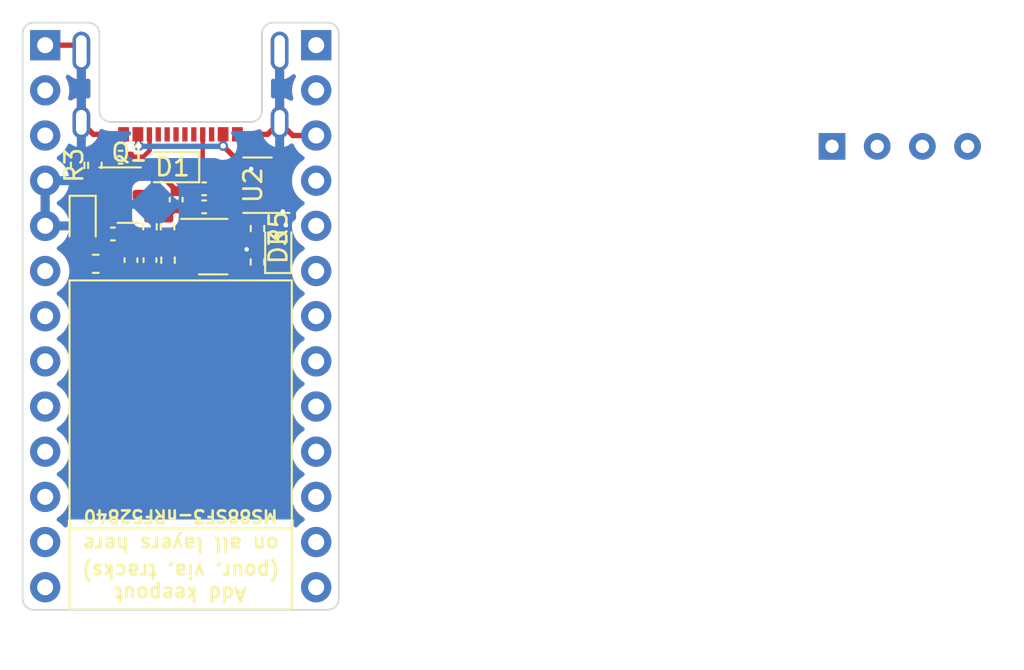
<source format=kicad_pcb>
(kicad_pcb (version 20211014) (generator pcbnew)
  (layers (0 "F.Cu" signal) (31 "B.Cu" signal) (34 "B.Paste" user) (35 "F.Paste" user) (36 "B.SilkS" user "B.Silkscreen") (37 "F.SilkS" user "F.Silkscreen") (38 "B.Mask" user) (39 "F.Mask" user) (44 "Edge.Cuts" user))
  (net 0 "")
  (net 1 "VBUS")
  (net 2 "GND")
  (net 3 "VDDH")
  (net 4 "VBAT")
  (net 5 "BATTERY_PIN")
  (net 6 "VCC")
  (net 7 "Net-(D2-Pad1)")
  (net 8 "Net-(J2-PadA5)")
  (net 9 "D+")
  (net 10 "D-")
  (net 12 "Net-(J2-PadB5)")
  (net 14 "DCCH")
  (net 15 "POWER_PIN")
  (net 16 "SWCLK")
  (net 17 "SWDIO")
  (net 43 "RST")
  (net 86 "VDD")
  (net 87 "LED")
  (net 88 "CHARGE_CTRL_1")
  (net 89 "CHARGE_CTRL_2")
  (net 90 "Net-(D3-Pad1)")
  (net 91 "Net-(R4-Pad2)")
  (net 92 "Net-(R5-Pad1)")
  (footprint "Capacitor_SMD:C_0402_1005Metric" (layer "F.Cu") (at 75.946 42.9768 90)
    (fp_text reference "C1")
    (fp_text value "10uF")
    (fp_line (start -0.107836 -0.36) (end 0.107836 -0.36) (layer "F.SilkS") (width 0.12))
    (fp_line (start -0.107836 0.36) (end 0.107836 0.36) (layer "F.SilkS") (width 0.12))
    (pad "1" smd roundrect (at -0.48 0 90) (size 0.56 0.62) (layers "F.Cu" "F.Paste" "F.Mask") (net 2 "GND"))
    (pad "2" smd roundrect (at 0.48 0 90) (size 0.56 0.62) (layers "F.Cu" "F.Paste" "F.Mask") (net 1 "VBUS"))
  )
  (footprint "Inductor_SMD:L_0603_1608Metric" (layer "F.Cu") (at 71.4248 46.5836)
    (fp_text reference "L1")
    (fp_text value "10uH")
    (fp_line (start -0.162779 -0.51) (end 0.162779 -0.51) (layer "F.SilkS") (width 0.12))
    (fp_line (start -0.162779 0.51) (end 0.162779 0.51) (layer "F.SilkS") (width 0.12))
    (pad "1" smd roundrect (at -0.7875 0) (size 0.875 0.95) (layers "F.Cu" "F.Paste" "F.Mask") (net 14 "DCCH"))
    (pad "2" smd roundrect (at 0.7875 0) (size 0.875 0.95) (layers "F.Cu" "F.Paste" "F.Mask") (net 86 "VDD"))
  )
  (footprint "Resistor_SMD:R_0402_1005Metric" (layer "F.Cu") (at 75.4634 44.5008 90)
    (fp_text reference "R9")
    (fp_text value "2M")
    (fp_line (start -0.153641 0.38) (end 0.153641 0.38) (layer "F.SilkS") (width 0.12))
    (fp_line (start -0.153641 -0.38) (end 0.153641 -0.38) (layer "F.SilkS") (width 0.12))
    (pad "1" smd roundrect (at -0.51 0 90) (size 0.54 0.64) (layers "F.Cu" "F.Paste" "F.Mask") (net 5 "BATTERY_PIN"))
    (pad "2" smd roundrect (at 0.51 0 90) (size 0.54 0.64) (layers "F.Cu" "F.Paste" "F.Mask") (net 2 "GND"))
  )
  (footprint "Package_TO_SOT_SMD:SOT-23-5" (layer "F.Cu") (at 78.0288 45.6184)
    (fp_text reference "U4")
    (fp_text value "XC6220B331MR")
    (fp_line (start 0 1.56) (end -0.8 1.56) (layer "F.SilkS") (width 0.12))
    (fp_line (start 0 1.56) (end 0.8 1.56) (layer "F.SilkS") (width 0.12))
    (fp_line (start 0 -1.56) (end 0.8 -1.56) (layer "F.SilkS") (width 0.12))
    (fp_line (start 0 -1.56) (end -1.8 -1.56) (layer "F.SilkS") (width 0.12))
    (pad "1" smd roundrect (at -1.1375 -0.95) (size 1.325 0.6) (layers "F.Cu" "F.Paste" "F.Mask") (net 3 "VDDH"))
    (pad "2" smd roundrect (at -1.1375 0) (size 1.325 0.6) (layers "F.Cu" "F.Paste" "F.Mask") (net 2 "GND"))
    (pad "3" smd roundrect (at -1.1375 0.95) (size 1.325 0.6) (layers "F.Cu" "F.Paste" "F.Mask") (net 15 "POWER_PIN"))
    (pad "4" smd roundrect (at 1.1375 0.95) (size 1.325 0.6) (layers "F.Cu" "F.Paste" "F.Mask"))
    (pad "5" smd roundrect (at 1.1375 -0.95) (size 1.325 0.6) (layers "F.Cu" "F.Paste" "F.Mask") (net 6 "VCC"))
  )
  (footprint "Sakura-library:Conn_1x04_P2.54mm" (layer "F.Cu") (at 116.6368 39.9796)
    (fp_text reference "SWD1")
    (fp_text value "SWD-STM32-4Pin")
    (pad "1" thru_hole rect (at -3.81 0 90) (size 1.5 1.5) (drill 0.75) (layers *.Cu *.Mask) (net 2 "GND"))
    (pad "2" thru_hole circle (at -1.27 0 90) (size 1.5 1.5) (drill 0.75) (layers *.Cu *.Mask) (net 16 "SWCLK"))
    (pad "3" thru_hole circle (at 1.27 0 90) (size 1.5 1.5) (drill 0.75) (layers *.Cu *.Mask) (net 17 "SWDIO"))
    (pad "4" thru_hole oval (at 3.81 0 90) (size 1.5 1.5) (drill 0.75) (layers *.Cu *.Mask) (net 86 "VDD"))
  )
  (footprint "Package_TO_SOT_SMD:SOT-23-5" (layer "F.Cu") (at 80.518 42.164 180)
    (fp_text reference "U2" (at 0.254 0 90) (layer "F.SilkS"))
    (fp_text value "TP4054")
    (fp_line (start 0 1.56) (end -0.8 1.56) (layer "F.SilkS") (width 0.12))
    (fp_line (start 0 1.56) (end 0.8 1.56) (layer "F.SilkS") (width 0.12))
    (fp_line (start 0 -1.56) (end -1.8 -1.56) (layer "F.SilkS") (width 0.12))
    (fp_line (start 0 -1.56) (end 0.8 -1.56) (layer "F.SilkS") (width 0.12))
    (pad "1" smd roundrect (at -1.1375 -0.95 180) (size 1.325 0.6) (layers "F.Cu" "F.Paste" "F.Mask") (net 91 "Net-(R4-Pad2)"))
    (pad "2" smd roundrect (at -1.1375 0 180) (size 1.325 0.6) (layers "F.Cu" "F.Paste" "F.Mask") (net 2 "GND"))
    (pad "3" smd roundrect (at -1.1375 0.95 180) (size 1.325 0.6) (layers "F.Cu" "F.Paste" "F.Mask") (net 4 "VBAT"))
    (pad "4" smd roundrect (at 1.1375 0.95 180) (size 1.325 0.6) (layers "F.Cu" "F.Paste" "F.Mask") (net 1 "VBUS"))
    (pad "5" smd roundrect (at 1.1375 -0.95 180) (size 1.325 0.6) (layers "F.Cu" "F.Paste" "F.Mask") (net 92 "Net-(R5-Pad1)"))
  )
  (footprint "Capacitor_SMD:C_0402_1005Metric" (layer "F.Cu") (at 72.39 44.9072)
    (fp_text reference "C8")
    (fp_text value "0.1uF")
    (fp_line (start -0.107836 -0.36) (end 0.107836 -0.36) (layer "F.SilkS") (width 0.12))
    (fp_line (start -0.107836 0.36) (end 0.107836 0.36) (layer "F.SilkS") (width 0.12))
    (pad "1" smd roundrect (at -0.48 0) (size 0.56 0.62) (layers "F.Cu" "F.Paste" "F.Mask") (net 3 "VDDH"))
    (pad "2" smd roundrect (at 0.48 0) (size 0.56 0.62) (layers "F.Cu" "F.Paste" "F.Mask") (net 2 "GND"))
  )
  (footprint "LED_SMD:LED_0603_1608Metric" (layer "F.Cu") (at 70.6882 44.2468 -90)
    (fp_text reference "D2")
    (fp_text value "BLUE")
    (fp_line (start -1.485 -0.735) (end -1.485 0.735) (layer "F.SilkS") (width 0.12))
    (fp_line (start -1.485 0.735) (end 0.8 0.735) (layer "F.SilkS") (width 0.12))
    (fp_line (start 0.8 -0.735) (end -1.485 -0.735) (layer "F.SilkS") (width 0.12))
    (pad "1" smd roundrect (at -0.7875 0 270) (size 0.875 0.95) (layers "F.Cu" "F.Paste" "F.Mask") (net 7 "Net-(D2-Pad1)"))
    (pad "2" smd roundrect (at 0.7875 0 270) (size 0.875 0.95) (layers "F.Cu" "F.Paste" "F.Mask") (net 87 "LED"))
  )
  (footprint "Capacitor_SMD:C_0402_1005Metric" (layer "F.Cu") (at 77.5208 42.3672 180)
    (fp_text reference "R1")
    (fp_text value "5.1K")
    (fp_line (start -0.107836 -0.36) (end 0.107836 -0.36) (layer "F.SilkS") (width 0.12))
    (fp_line (start -0.107836 0.36) (end 0.107836 0.36) (layer "F.SilkS") (width 0.12))
    (pad "1" smd roundrect (at -0.48 0 180) (size 0.56 0.62) (layers "F.Cu" "F.Paste" "F.Mask") (net 8 "Net-(J2-PadA5)"))
    (pad "2" smd roundrect (at 0.48 0 180) (size 0.56 0.62) (layers "F.Cu" "F.Paste" "F.Mask") (net 2 "GND"))
  )
  (footprint "Resistor_SMD:R_0402_1005Metric" (layer "F.Cu") (at 80.518 44.6024 -90)
    (fp_text reference "R5" (at 0 -1.17 90) (layer "F.SilkS"))
    (fp_text value "RPROG")
    (fp_line (start -0.153641 0.38) (end 0.153641 0.38) (layer "F.SilkS") (width 0.12))
    (fp_line (start -0.153641 -0.38) (end 0.153641 -0.38) (layer "F.SilkS") (width 0.12))
    (pad "1" smd roundrect (at -0.51 0 270) (size 0.54 0.64) (layers "F.Cu" "F.Paste" "F.Mask") (net 92 "Net-(R5-Pad1)"))
    (pad "2" smd roundrect (at 0.51 0 270) (size 0.54 0.64) (layers "F.Cu" "F.Paste" "F.Mask") (net 2 "GND"))
  )
  (footprint "Resistor_SMD:R_0402_1005Metric" (layer "F.Cu") (at 71.374 41.0464 90)
    (fp_text reference "R3" (at 0 -1.17 90) (layer "F.SilkS"))
    (fp_text value "100K")
    (fp_line (start -0.153641 -0.38) (end 0.153641 -0.38) (layer "F.SilkS") (width 0.12))
    (fp_line (start -0.153641 0.38) (end 0.153641 0.38) (layer "F.SilkS") (width 0.12))
    (pad "1" smd roundrect (at -0.51 0 90) (size 0.54 0.64) (layers "F.Cu" "F.Paste" "F.Mask") (net 1 "VBUS"))
    (pad "2" smd roundrect (at 0.51 0 90) (size 0.54 0.64) (layers "F.Cu" "F.Paste" "F.Mask") (net 2 "GND"))
  )
  (footprint "kien242:USB-C-Low" (layer "F.Cu") (at 76.1894 38.6265)
    (fp_text reference "J2")
    (fp_text value "USB_C_Left")
    (pad "A1" smd rect (at 3.2 0.679 180) (size 0.6 0.8) (layers "F.Cu" "F.Paste" "F.Mask") (net 2 "GND"))
    (pad "A4" smd rect (at 2.4 0.679 180) (size 0.6 0.8) (layers "F.Cu" "F.Paste" "F.Mask") (net 1 "VBUS"))
    (pad "A5" smd rect (at 1.25 0.679) (size 0.3 0.8) (layers "F.Cu" "F.Paste" "F.Mask") (net 8 "Net-(J2-PadA5)"))
    (pad "A6" smd rect (at 0.25 0.679) (size 0.3 0.8) (layers "F.Cu" "F.Paste" "F.Mask") (net 9 "D+"))
    (pad "A7" smd rect (at -0.25 0.679) (size 0.3 0.8) (layers "F.Cu" "F.Paste" "F.Mask") (net 10 "D-"))
    (pad "A8" smd rect (at -1.25 0.679) (size 0.3 0.8) (layers "F.Cu" "F.Paste" "F.Mask"))
    (pad "A9" smd rect (at -2.4 0.679 180) (size 0.6 0.8) (layers "F.Cu" "F.Paste" "F.Mask") (net 1 "VBUS"))
    (pad "A12" smd rect (at -3.2 0.679 180) (size 0.6 0.8) (layers "F.Cu" "F.Paste" "F.Mask") (net 2 "GND"))
    (pad "B1" smd rect (at -3.2 0.679 180) (size 0.6 0.8) (layers "F.Cu" "F.Paste" "F.Mask") (net 2 "GND"))
    (pad "B4" smd rect (at -2.4 0.679 180) (size 0.6 0.8) (layers "F.Cu" "F.Paste" "F.Mask") (net 1 "VBUS"))
    (pad "B5" smd rect (at -1.75 0.679) (size 0.3 0.8) (layers "F.Cu" "F.Paste" "F.Mask") (net 12 "Net-(J2-PadB5)"))
    (pad "B6" smd rect (at -0.75 0.679) (size 0.3 0.8) (layers "F.Cu" "F.Paste" "F.Mask") (net 9 "D+"))
    (pad "B7" smd rect (at 0.75 0.679) (size 0.3 0.8) (layers "F.Cu" "F.Paste" "F.Mask") (net 10 "D-"))
    (pad "B8" smd rect (at 1.75 0.679) (size 0.3 0.8) (layers "F.Cu" "F.Paste" "F.Mask"))
    (pad "B9" smd rect (at 2.4 0.679 180) (size 0.6 0.8) (layers "F.Cu" "F.Paste" "F.Mask") (net 1 "VBUS"))
    (pad "B12" smd rect (at 3.2 0.679 180) (size 0.6 0.8) (layers "F.Cu" "F.Paste" "F.Mask") (net 2 "GND"))
    (pad "S1" thru_hole oval (at 5.575 -3.996) (size 1 2.2) (drill oval 0.6 1.8) (layers *.Cu *.Mask) (net 2 "GND"))
    (pad "S1" thru_hole oval (at -5.575 0.004) (size 1 1.8) (drill oval 0.6 1.4) (layers *.Cu *.Mask) (net 2 "GND"))
    (pad "S1" thru_hole oval (at 5.575 0.004) (size 1 1.8) (drill oval 0.6 1.4) (layers *.Cu *.Mask) (net 2 "GND"))
    (pad "S1" thru_hole oval (at -5.575 -3.996) (size 1 2.2) (drill oval 0.6 1.8) (layers *.Cu *.Mask) (net 2 "GND"))
  )
  (footprint "Resistor_SMD:R_0402_1005Metric" (layer "F.Cu") (at 75.4888 46.3804 -90)
    (fp_text reference "R10")
    (fp_text value "10K")
    (fp_line (start -0.153641 -0.38) (end 0.153641 -0.38) (layer "F.SilkS") (width 0.12))
    (fp_line (start -0.153641 0.38) (end 0.153641 0.38) (layer "F.SilkS") (width 0.12))
    (pad "1" smd roundrect (at -0.51 0 270) (size 0.54 0.64) (layers "F.Cu" "F.Paste" "F.Mask") (net 3 "VDDH"))
    (pad "2" smd roundrect (at 0.51 0 270) (size 0.54 0.64) (layers "F.Cu" "F.Paste" "F.Mask") (net 15 "POWER_PIN"))
  )
  (footprint "Capacitor_SMD:C_0402_1005Metric" (layer "F.Cu") (at 73.406 46.3804 90)
    (fp_text reference "C7")
    (fp_text value "10uF")
    (fp_line (start -0.107836 -0.36) (end 0.107836 -0.36) (layer "F.SilkS") (width 0.12))
    (fp_line (start -0.107836 0.36) (end 0.107836 0.36) (layer "F.SilkS") (width 0.12))
    (pad "1" smd roundrect (at -0.48 0 90) (size 0.56 0.62) (layers "F.Cu" "F.Paste" "F.Mask") (net 86 "VDD"))
    (pad "2" smd roundrect (at 0.48 0 90) (size 0.56 0.62) (layers "F.Cu" "F.Paste" "F.Mask") (net 2 "GND"))
  )
  (footprint "Diode_SMD:D_SOD-323F" (layer "F.Cu") (at 75.7428 41.148 180)
    (fp_text reference "D1" (at 0 0) (layer "F.SilkS"))
    (fp_text value "1N5819")
    (fp_line (start -1.5 0.85) (end 1.05 0.85) (layer "F.SilkS") (width 0.12))
    (fp_line (start -1.5 -0.85) (end -1.5 0.85) (layer "F.SilkS") (width 0.12))
    (fp_line (start -1.5 -0.85) (end 1.05 -0.85) (layer "F.SilkS") (width 0.12))
    (pad "1" smd rect (at -1.1 0 180) (size 0.5 0.5) (layers "F.Cu" "F.Paste" "F.Mask") (net 3 "VDDH"))
    (pad "2" smd rect (at 1.1 0 180) (size 0.5 0.5) (layers "F.Cu" "F.Paste" "F.Mask") (net 1 "VBUS"))
  )
  (footprint "Resistor_SMD:R_0402_1005Metric" (layer "F.Cu") (at 80.518 46.482 90)
    (fp_text reference "R4")
    (fp_text value "1K")
    (fp_line (start -0.153641 0.38) (end 0.153641 0.38) (layer "F.SilkS") (width 0.12))
    (fp_line (start -0.153641 -0.38) (end 0.153641 -0.38) (layer "F.SilkS") (width 0.12))
    (pad "1" smd roundrect (at -0.51 0 90) (size 0.54 0.64) (layers "F.Cu" "F.Paste" "F.Mask") (net 90 "Net-(D3-Pad1)"))
    (pad "2" smd roundrect (at 0.51 0 90) (size 0.54 0.64) (layers "F.Cu" "F.Paste" "F.Mask") (net 91 "Net-(R4-Pad2)"))
  )
  (footprint "LED_SMD:LED_0603_1608Metric" (layer "F.Cu") (at 81.6864 45.6184 90)
    (fp_text reference "D3" (at 0 0 90) (layer "F.SilkS"))
    (fp_text value "RED")
    (fp_line (start -1.485 -0.735) (end -1.485 0.735) (layer "F.SilkS") (width 0.12))
    (fp_line (start 0.8 -0.735) (end -1.485 -0.735) (layer "F.SilkS") (width 0.12))
    (fp_line (start -1.485 0.735) (end 0.8 0.735) (layer "F.SilkS") (width 0.12))
    (pad "1" smd roundrect (at -0.7875 0 90) (size 0.875 0.95) (layers "F.Cu" "F.Paste" "F.Mask") (net 90 "Net-(D3-Pad1)"))
    (pad "2" smd roundrect (at 0.7875 0 90) (size 0.875 0.95) (layers "F.Cu" "F.Paste" "F.Mask") (net 1 "VBUS"))
  )
  (footprint "Package_TO_SOT_SMD:SOT-23" (layer "F.Cu") (at 73.3044 42.7228)
    (fp_text reference "Q1" (at 0 -2.4) (layer "F.SilkS"))
    (fp_text value "AO3407")
    (fp_line (start 0 1.56) (end -0.65 1.56) (layer "F.SilkS") (width 0.12))
    (fp_line (start 0 -1.56) (end -1.675 -1.56) (layer "F.SilkS") (width 0.12))
    (fp_line (start 0 1.56) (end 0.65 1.56) (layer "F.SilkS") (width 0.12))
    (fp_line (start 0 -1.56) (end 0.65 -1.56) (layer "F.SilkS") (width 0.12))
    (pad "1" smd roundrect (at -0.9375 -0.95) (size 1.475 0.6) (layers "F.Cu" "F.Paste" "F.Mask") (net 1 "VBUS"))
    (pad "2" smd roundrect (at -0.9375 0.95) (size 1.475 0.6) (layers "F.Cu" "F.Paste" "F.Mask") (net 3 "VDDH"))
    (pad "3" smd roundrect (at 0.9375 0) (size 1.475 0.6) (layers "F.Cu" "F.Paste" "F.Mask") (net 4 "VBAT"))
  )
  (footprint "kien242:MS88SF3-nRF52840" (layer "F.Cu") (at 76.2 56.769 180)
    (fp_text reference "U3")
    (fp_text value "MS88FS3")
    (fp_text user "(pour, via, tracks)" (at 0 -7.112 180 unlocked) (layer "F.SilkS") (effects (font (size 0.8 0.8))))
    (fp_text user "on all layers here" (at 0 -5.588 180 unlocked) (layer "F.SilkS") (effects (font (size 0.8 0.8))))
    (fp_text user "MS88SF3-nRF52840" (at 0 -4 180 unlocked) (layer "F.SilkS") (effects (font (size 0.7 0.7))))
    (fp_text user "Add keepout" (at 0 -8.382 180 unlocked) (layer "F.SilkS") (effects (font (size 0.8 0.8))))
    (fp_line (start 6.25 -9.25) (end -6.25 -9.25) (layer "F.SilkS") (width 0.12))
    (fp_line (start 6.25 9.25) (end 6.25 -9.25) (layer "F.SilkS") (width 0.12))
    (fp_line (start -6.25 -9.25) (end -6.25 9.25) (layer "F.SilkS") (width 0.12))
    (fp_line (start 6.25 -4.7) (end -6.25 -4.7) (layer "F.SilkS") (width 0.12))
    (fp_line (start -6.25 9.25) (end 6.25 9.25) (layer "F.SilkS") (width 0.12))
    (pad "1" smd rect (at -5.6 -3.1 180) (size 0.8 0.35) (layers "F.Cu" "F.Paste" "F.Mask") (net 2 "GND"))
    (pad "2" smd rect (at -5.6 -2.45 180) (size 0.8 0.35) (layers "F.Cu" "F.Paste" "F.Mask"))
    (pad "3" smd rect (at -5.6 -1.8 180) (size 0.8 0.35) (layers "F.Cu" "F.Paste" "F.Mask"))
    (pad "4" smd rect (at -5.6 -1.15 180) (size 0.8 0.35) (layers "F.Cu" "F.Paste" "F.Mask"))
    (pad "5" smd rect (at -5.6 -0.5 180) (size 0.8 0.35) (layers "F.Cu" "F.Paste" "F.Mask"))
    (pad "6" smd rect (at -5.6 0.15 180) (size 0.8 0.35) (layers "F.Cu" "F.Paste" "F.Mask"))
    (pad "7" smd rect (at -5.6 0.8 180) (size 0.8 0.35) (layers "F.Cu" "F.Paste" "F.Mask"))
    (pad "8" smd rect (at -5.6 1.45 180) (size 0.8 0.35) (layers "F.Cu" "F.Paste" "F.Mask"))
    (pad "9" smd rect (at -5.6 2.1 180) (size 0.8 0.35) (layers "F.Cu" "F.Paste" "F.Mask"))
    (pad "10" smd rect (at -5.6 2.75 180) (size 0.8 0.35) (layers "F.Cu" "F.Paste" "F.Mask"))
    (pad "11" smd rect (at -5.6 3.4 180) (size 0.8 0.35) (layers "F.Cu" "F.Paste" "F.Mask"))
    (pad "12" smd rect (at -5.6 4.05 180) (size 0.8 0.35) (layers "F.Cu" "F.Paste" "F.Mask"))
    (pad "13" smd rect (at -5.6 4.7 180) (size 0.8 0.35) (layers "F.Cu" "F.Paste" "F.Mask"))
    (pad "14" smd rect (at -5.6 5.35 180) (size 0.8 0.35) (layers "F.Cu" "F.Paste" "F.Mask"))
    (pad "15" smd rect (at -5.6 6 180) (size 0.8 0.35) (layers "F.Cu" "F.Paste" "F.Mask"))
    (pad "16" smd rect (at -5.6 6.65 180) (size 0.8 0.35) (layers "F.Cu" "F.Paste" "F.Mask"))
    (pad "17" smd rect (at -5.6 7.3 180) (size 0.8 0.35) (layers "F.Cu" "F.Paste" "F.Mask"))
    (pad "18" smd rect (at -5.2 8.5 270) (size 0.8 0.35) (layers "F.Cu" "F.Paste" "F.Mask") (net 2 "GND"))
    (pad "19" smd rect (at -4.55 8.5 270) (size 0.8 0.35) (layers "F.Cu" "F.Paste" "F.Mask"))
    (pad "20" smd rect (at -3.9 8.5 270) (size 0.8 0.35) (layers "F.Cu" "F.Paste" "F.Mask"))
    (pad "21" smd rect (at -3.25 8.5 270) (size 0.8 0.35) (layers "F.Cu" "F.Paste" "F.Mask"))
    (pad "22" smd rect (at -2.6 8.5 270) (size 0.8 0.35) (layers "F.Cu" "F.Paste" "F.Mask"))
    (pad "23" smd rect (at -1.95 8.5 270) (size 0.8 0.35) (layers "F.Cu" "F.Paste" "F.Mask"))
    (pad "24" smd rect (at -1.3 8.5 270) (size 0.8 0.35) (layers "F.Cu" "F.Paste" "F.Mask"))
    (pad "25" smd rect (at -0.65 8.5 270) (size 0.8 0.35) (layers "F.Cu" "F.Paste" "F.Mask"))
    (pad "26" smd rect (at 0 8.5 270) (size 0.8 0.35) (layers "F.Cu" "F.Paste" "F.Mask"))
    (pad "27" smd rect (at 0.65 8.5 270) (size 0.8 0.35) (layers "F.Cu" "F.Paste" "F.Mask"))
    (pad "28" smd rect (at 1.3 8.5 270) (size 0.8 0.35) (layers "F.Cu" "F.Paste" "F.Mask") (net 43 "RST"))
    (pad "29" smd rect (at 1.95 8.5 270) (size 0.8 0.35) (layers "F.Cu" "F.Paste" "F.Mask") (net 88 "CHARGE_CTRL_1"))
    (pad "30" smd rect (at 2.6 8.5 270) (size 0.8 0.35) (layers "F.Cu" "F.Paste" "F.Mask") (net 89 "CHARGE_CTRL_2"))
    (pad "31" smd rect (at 3.25 8.5 270) (size 0.8 0.35) (layers "F.Cu" "F.Paste" "F.Mask") (net 86 "VDD"))
    (pad "32" smd rect (at 3.9 8.5 270) (size 0.8 0.35) (layers "F.Cu" "F.Paste" "F.Mask") (net 3 "VDDH"))
    (pad "33" smd rect (at 4.55 8.5 270) (size 0.8 0.35) (layers "F.Cu" "F.Paste" "F.Mask") (net 14 "DCCH"))
    (pad "34" smd rect (at 5.2 8.5 270) (size 0.8 0.35) (layers "F.Cu" "F.Paste" "F.Mask"))
    (pad "35" smd rect (at 5.6 7.3 180) (size 0.8 0.35) (layers "F.Cu" "F.Paste" "F.Mask") (net 1 "VBUS"))
    (pad "36" smd rect (at 5.6 6.65 180) (size 0.8 0.35) (layers "F.Cu" "F.Paste" "F.Mask") (net 10 "D-"))
    (pad "37" smd rect (at 5.6 6 180) (size 0.8 0.35) (layers "F.Cu" "F.Paste" "F.Mask") (net 9 "D+"))
    (pad "38" smd rect (at 5.6 5.35 180) (size 0.8 0.35) (layers "F.Cu" "F.Paste" "F.Mask"))
    (pad "39" smd rect (at 5.6 4.7 180) (size 0.8 0.35) (layers "F.Cu" "F.Paste" "F.Mask"))
    (pad "40" smd rect (at 5.6 4.05 180) (size 0.8 0.35) (layers "F.Cu" "F.Paste" "F.Mask"))
    (pad "41" smd rect (at 5.6 3.4 180) (size 0.8 0.35) (layers "F.Cu" "F.Paste" "F.Mask"))
    (pad "42" smd rect (at 5.6 2.75 180) (size 0.8 0.35) (layers "F.Cu" "F.Paste" "F.Mask"))
    (pad "43" smd rect (at 5.6 2.1 180) (size 0.8 0.35) (layers "F.Cu" "F.Paste" "F.Mask"))
    (pad "44" smd rect (at 5.6 1.45 180) (size 0.8 0.35) (layers "F.Cu" "F.Paste" "F.Mask"))
    (pad "45" smd rect (at 5.6 0.8 180) (size 0.8 0.35) (layers "F.Cu" "F.Paste" "F.Mask"))
    (pad "46" smd rect (at 5.6 0.15 180) (size 0.8 0.35) (layers "F.Cu" "F.Paste" "F.Mask"))
    (pad "47" smd rect (at 5.6 -0.5 180) (size 0.8 0.35) (layers "F.Cu" "F.Paste" "F.Mask"))
    (pad "48" smd rect (at 5.6 -1.15 180) (size 0.8 0.35) (layers "F.Cu" "F.Paste" "F.Mask"))
    (pad "49" smd rect (at 5.6 -1.8 180) (size 0.8 0.35) (layers "F.Cu" "F.Paste" "F.Mask") (net 17 "SWDIO"))
    (pad "50" smd rect (at 5.6 -2.45 180) (size 0.8 0.35) (layers "F.Cu" "F.Paste" "F.Mask") (net 16 "SWCLK"))
    (pad "51" smd rect (at 5.6 -3.1 180) (size 0.8 0.35) (layers "F.Cu" "F.Paste" "F.Mask"))
    (pad "52" smd rect (at 4.55 -3 270) (size 0.8 0.35) (layers "F.Cu" "F.Paste" "F.Mask"))
    (pad "53" smd rect (at 3.9 -3 270) (size 0.8 0.35) (layers "F.Cu" "F.Paste" "F.Mask"))
    (pad "54" smd rect (at 3.25 -3 270) (size 0.8 0.35) (layers "F.Cu" "F.Paste" "F.Mask"))
    (pad "55" smd rect (at 2.6 -3 270) (size 0.8 0.35) (layers "F.Cu" "F.Paste" "F.Mask"))
    (pad "56" smd rect (at 1.95 -3 270) (size 0.8 0.35) (layers "F.Cu" "F.Paste" "F.Mask"))
    (pad "57" smd rect (at 3.9 -1.8 180) (size 0.8 0.35) (layers "F.Cu" "F.Paste" "F.Mask"))
    (pad "58" smd rect (at 3.9 -1.15 180) (size 0.8 0.35) (layers "F.Cu" "F.Paste" "F.Mask"))
    (pad "59" smd rect (at 3.9 -0.5 180) (size 0.8 0.35) (layers "F.Cu" "F.Paste" "F.Mask"))
    (pad "60" smd rect (at 3.9 0.15 180) (size 0.8 0.35) (layers "F.Cu" "F.Paste" "F.Mask"))
    (pad "61" smd rect (at -1.55 3.25 90) (size 1.5 1) (layers "F.Cu" "F.Paste" "F.Mask") (net 2 "GND"))
    (pad "61" smd rect (at 1.25 3.25 90) (size 1.5 1) (layers "F.Cu" "F.Paste" "F.Mask") (net 2 "GND"))
    (pad "61" smd rect (at 1.25 0.4 90) (size 1.5 1) (layers "F.Cu" "F.Paste" "F.Mask") (net 2 "GND"))
    (pad "61" smd rect (at -1.55 0.4 90) (size 1.5 1) (layers "F.Cu" "F.Paste" "F.Mask") (net 2 "GND"))
  )
  (footprint "Sakura-library:Conn_1x13_P2.54mm" (layer "F.Cu") (at 83.82 34.29)
    (fp_text reference "J4")
    (fp_text value "Right")
    (pad "1" thru_hole rect (at 0 0) (size 1.7 1.7) (drill 0.9) (layers *.Cu *.Mask) (net 4 "VBAT"))
    (pad "2" thru_hole oval (at 0 2.54) (size 1.7 1.7) (drill 0.9) (layers *.Cu *.Mask))
    (pad "3" thru_hole oval (at 0 5.08) (size 1.7 1.7) (drill 0.9) (layers *.Cu *.Mask) (net 2 "GND"))
    (pad "4" thru_hole oval (at 0 7.62) (size 1.7 1.7) (drill 0.9) (layers *.Cu *.Mask) (net 43 "RST"))
    (pad "5" thru_hole oval (at 0 10.16) (size 1.7 1.7) (drill 0.9) (layers *.Cu *.Mask) (net 6 "VCC"))
    (pad "6" thru_hole oval (at 0 12.7) (size 1.7 1.7) (drill 0.9) (layers *.Cu *.Mask))
    (pad "7" thru_hole oval (at 0 15.24) (size 1.7 1.7) (drill 0.9) (layers *.Cu *.Mask))
    (pad "8" thru_hole oval (at 0 17.78) (size 1.7 1.7) (drill 0.9) (layers *.Cu *.Mask))
    (pad "9" thru_hole oval (at 0 20.32) (size 1.7 1.7) (drill 0.9) (layers *.Cu *.Mask))
    (pad "10" thru_hole oval (at 0 22.86) (size 1.7 1.7) (drill 0.9) (layers *.Cu *.Mask))
    (pad "11" thru_hole oval (at 0 25.4) (size 1.7 1.7) (drill 0.9) (layers *.Cu *.Mask))
    (pad "12" thru_hole oval (at 0 27.94) (size 1.7 1.7) (drill 0.9) (layers *.Cu *.Mask))
    (pad "13" thru_hole oval (at 0 30.48) (size 1.7 1.7) (drill 0.9) (layers *.Cu *.Mask))
  )
  (footprint "Resistor_SMD:R_0402_1005Metric" (layer "F.Cu") (at 70.4088 41.0464 -90)
    (fp_text reference "R11")
    (fp_text value "1K")
    (fp_line (start -0.153641 0.38) (end 0.153641 0.38) (layer "F.SilkS") (width 0.12))
    (fp_line (start -0.153641 -0.38) (end 0.153641 -0.38) (layer "F.SilkS") (width 0.12))
    (pad "1" smd roundrect (at -0.51 0 270) (size 0.54 0.64) (layers "F.Cu" "F.Paste" "F.Mask") (net 2 "GND"))
    (pad "2" smd roundrect (at 0.51 0 270) (size 0.54 0.64) (layers "F.Cu" "F.Paste" "F.Mask") (net 7 "Net-(D2-Pad1)"))
  )
  (footprint "Resistor_SMD:R_0402_1005Metric" (layer "F.Cu") (at 74.4728 44.5008 -90)
    (fp_text reference "R8")
    (fp_text value "820K")
    (fp_line (start -0.153641 -0.38) (end 0.153641 -0.38) (layer "F.SilkS") (width 0.12))
    (fp_line (start -0.153641 0.38) (end 0.153641 0.38) (layer "F.SilkS") (width 0.12))
    (pad "1" smd roundrect (at -0.51 0 270) (size 0.54 0.64) (layers "F.Cu" "F.Paste" "F.Mask") (net 4 "VBAT"))
    (pad "2" smd roundrect (at 0.51 0 270) (size 0.54 0.64) (layers "F.Cu" "F.Paste" "F.Mask") (net 5 "BATTERY_PIN"))
  )
  (footprint "Capacitor_SMD:C_0402_1005Metric" (layer "F.Cu") (at 74.4728 46.3804 -90)
    (fp_text reference "C5")
    (fp_text value "10uF")
    (fp_line (start -0.107836 -0.36) (end 0.107836 -0.36) (layer "F.SilkS") (width 0.12))
    (fp_line (start -0.107836 0.36) (end 0.107836 0.36) (layer "F.SilkS") (width 0.12))
    (pad "1" smd roundrect (at -0.48 0 270) (size 0.56 0.62) (layers "F.Cu" "F.Paste" "F.Mask") (net 2 "GND"))
    (pad "2" smd roundrect (at 0.48 0 270) (size 0.56 0.62) (layers "F.Cu" "F.Paste" "F.Mask") (net 3 "VDDH"))
  )
  (footprint "Capacitor_SMD:C_0402_1005Metric" (layer "F.Cu") (at 72.8218 40.5892)
    (fp_text reference "R2")
    (fp_text value "5.1K")
    (fp_line (start -0.107836 0.36) (end 0.107836 0.36) (layer "F.SilkS") (width 0.12))
    (fp_line (start -0.107836 -0.36) (end 0.107836 -0.36) (layer "F.SilkS") (width 0.12))
    (pad "1" smd roundrect (at -0.48 0) (size 0.56 0.62) (layers "F.Cu" "F.Paste" "F.Mask") (net 2 "GND"))
    (pad "2" smd roundrect (at 0.48 0) (size 0.56 0.62) (layers "F.Cu" "F.Paste" "F.Mask") (net 12 "Net-(J2-PadB5)"))
  )
  (footprint "Sakura-library:Conn_1x13_P2.54mm" (layer "F.Cu") (at 68.58 34.29)
    (fp_text reference "J3")
    (fp_text value "Left")
    (pad "1" thru_hole rect (at 0 0) (size 1.7 1.7) (drill 0.9) (layers *.Cu *.Mask) (net 2 "GND"))
    (pad "2" thru_hole oval (at 0 2.54) (size 1.7 1.7) (drill 0.9) (layers *.Cu *.Mask))
    (pad "3" thru_hole oval (at 0 5.08) (size 1.7 1.7) (drill 0.9) (layers *.Cu *.Mask))
    (pad "4" thru_hole oval (at 0 7.62) (size 1.7 1.7) (drill 0.9) (layers *.Cu *.Mask) (net 2 "GND"))
    (pad "5" thru_hole oval (at 0 10.16) (size 1.7 1.7) (drill 0.9) (layers *.Cu *.Mask) (net 2 "GND"))
    (pad "6" thru_hole oval (at 0 12.7) (size 1.7 1.7) (drill 0.9) (layers *.Cu *.Mask))
    (pad "7" thru_hole oval (at 0 15.24) (size 1.7 1.7) (drill 0.9) (layers *.Cu *.Mask))
    (pad "8" thru_hole oval (at 0 17.78) (size 1.7 1.7) (drill 0.9) (layers *.Cu *.Mask))
    (pad "9" thru_hole oval (at 0 20.32) (size 1.7 1.7) (drill 0.9) (layers *.Cu *.Mask))
    (pad "10" thru_hole oval (at 0 22.86) (size 1.7 1.7) (drill 0.9) (layers *.Cu *.Mask))
    (pad "11" thru_hole oval (at 0 25.4) (size 1.7 1.7) (drill 0.9) (layers *.Cu *.Mask))
    (pad "12" thru_hole oval (at 0 27.94) (size 1.7 1.7) (drill 0.9) (layers *.Cu *.Mask))
    (pad "13" thru_hole oval (at 0 30.48) (size 1.7 1.7) (drill 0.9) (layers *.Cu *.Mask))
  )
  (footprint "Capacitor_SMD:C_0402_1005Metric" (layer "F.Cu") (at 77.5208 43.3832)
    (fp_text reference "C6")
    (fp_text value "4.7uF")
    (fp_line (start -0.107836 0.36) (end 0.107836 0.36) (layer "F.SilkS") (width 0.12))
    (fp_line (start -0.107836 -0.36) (end 0.107836 -0.36) (layer "F.SilkS") (width 0.12))
    (pad "1" smd roundrect (at -0.48 0) (size 0.56 0.62) (layers "F.Cu" "F.Paste" "F.Mask") (net 2 "GND"))
    (pad "2" smd roundrect (at 0.48 0) (size 0.56 0.62) (layers "F.Cu" "F.Paste" "F.Mask") (net 6 "VCC"))
  )
  (gr_arc (start 70.993 33.02) (mid 71.442013 33.205987) (end 71.628 33.655) (layer "Edge.Cuts") (width 0.1))
  (gr_arc (start 85.09 65.405) (mid 84.904013 65.854013) (end 84.455 66.04) (layer "Edge.Cuts") (width 0.1))
  (gr_line (start 81.407 33.02) (end 84.455 33.02) (layer "Edge.Cuts") (width 0.1))
  (gr_line (start 85.09 65.405) (end 85.09 33.655) (layer "Edge.Cuts") (width 0.1))
  (gr_arc (start 80.772 33.655) (mid 80.957987 33.205987) (end 81.407 33.02) (layer "Edge.Cuts") (width 0.1))
  (gr_line (start 80.772 33.655) (end 80.772 37.973) (layer "Edge.Cuts") (width 0.1))
  (gr_arc (start 80.772 37.973) (mid 80.586013 38.422013) (end 80.137 38.608) (layer "Edge.Cuts") (width 0.1))
  (gr_line (start 67.945 66.04) (end 84.455 66.04) (layer "Edge.Cuts") (width 0.1))
  (gr_line (start 72.263 38.608) (end 80.137 38.608) (layer "Edge.Cuts") (width 0.1))
  (gr_line (start 70.993 33.02) (end 67.945 33.02) (layer "Edge.Cuts") (width 0.1))
  (gr_arc (start 67.31 33.655) (mid 67.495987 33.205987) (end 67.945 33.02) (layer "Edge.Cuts") (width 0.1))
  (gr_line (start 67.31 33.655) (end 67.31 65.405) (layer "Edge.Cuts") (width 0.1))
  (gr_arc (start 72.263 38.608) (mid 71.813987 38.422013) (end 71.628 37.973) (layer "Edge.Cuts") (width 0.1))
  (gr_line (start 71.628 33.655) (end 71.628 37.973) (layer "Edge.Cuts") (width 0.1))
  (gr_arc (start 84.455 33.02) (mid 84.904013 33.205987) (end 85.09 33.655) (layer "Edge.Cuts") (width 0.1))
  (gr_arc (start 67.945 66.04) (mid 67.495987 65.854013) (end 67.31 65.405) (layer "Edge.Cuts") (width 0.1))
  (segment (start 75.946 42.4968) (end 75.946 42.4512) (width 0.3) (layer "F.Cu") (net 1))
  (segment (start 74.018 41.7728) (end 74.6428 41.148) (width 0.3) (layer "F.Cu") (net 1))
  (segment (start 81.6864 44.8309) (end 81.696122 44.8309) (width 0.3) (layer "F.Cu") (net 1))
  (segment (start 78.5894 39.9524) (end 78.5876 39.9542) (width 0.3) (layer "F.Cu") (net 1))
  (segment (start 71.5904 41.7728) (end 71.374 41.5564) (width 0.3) (layer "F.Cu") (net 1))
  (segment (start 79.3805 40.7471) (end 78.5876 39.9542) (width 0.3) (layer "F.Cu") (net 1))
  (segment (start 73.7894 39.898946) (end 73.853085 39.962631) (width 0.3) (layer "F.Cu") (net 1))
  (segment (start 73.7894 39.3055) (end 73.7894 39.898946) (width 0.3) (layer "F.Cu") (net 1))
  (segment (start 79.4161 41.2496) (end 79.3805 41.214) (width 0.3) (layer "F.Cu") (net 1))
  (segment (start 81.696122 44.8309) (end 82.112155 44.414867) (width 0.3) (layer "F.Cu") (net 1))
  (segment (start 79.3805 41.214) (end 79.3805 40.7471) (width 0.3) (layer "F.Cu") (net 1))
  (segment (start 72.3669 41.7728) (end 74.018 41.7728) (width 0.3) (layer "F.Cu") (net 1))
  (segment (start 75.946 42.4512) (end 74.6428 41.148) (width 0.3) (layer "F.Cu") (net 1))
  (segment (start 78.5894 39.3055) (end 78.5894 39.9524) (width 0.3) (layer "F.Cu") (net 1))
  (segment (start 80.1624 41.2496) (end 79.4161 41.2496) (width 0.3) (layer "F.Cu") (net 1))
  (segment (start 72.3669 41.7728) (end 71.5904 41.7728) (width 0.3) (layer "F.Cu") (net 1))
  (via (at 82.112155 44.414867) (size 0.55) (drill 0.25) (layers "F.Cu" "B.Cu") (net 1))
  (via (at 80.1624 41.2496) (size 0.55) (drill 0.25) (layers "F.Cu" "B.Cu") (net 1))
  (via (at 73.853085 39.962631) (size 0.55) (drill 0.3) (layers "F.Cu" "B.Cu") (net 1))
  (via (at 78.5876 39.9542) (size 0.55) (drill 0.3) (layers "F.Cu" "B.Cu") (net 1))
  (segment (start 80.400638 41.2496) (end 80.1624 41.2496) (width 0.3) (layer "B.Cu") (net 1))
  (segment (start 78.5876 39.9542) (end 78.5622 39.9796) (width 0.3) (layer "B.Cu") (net 1))
  (segment (start 82.112155 44.414867) (end 82.539911 43.987111) (width 0.3) (layer "B.Cu") (net 1))
  (segment (start 82.440519 43.289481) (end 80.400638 41.2496) (width 0.3) (layer "B.Cu") (net 1))
  (segment (start 82.539911 43.388873) (end 82.440519 43.289481) (width 0.3) (layer "B.Cu") (net 1))
  (segment (start 82.539911 43.987111) (end 82.539911 43.388873) (width 0.3) (layer "B.Cu") (net 1))
  (segment (start 78.5622 39.9796) (end 73.8378 39.9796) (width 0.3) (layer "B.Cu") (net 1))
  (segment (start 79.3894 39.3055) (end 80.3031 39.3055) (width 0.3) (layer "F.Cu") (net 2))
  (segment (start 70.4616 40.5892) (end 70.4088 40.5364) (width 0.3) (layer "F.Cu") (net 2))
  (segment (start 81.7644 38.6305) (end 81.7644 34.6305) (width 0.3) (layer "F.Cu") (net 2))
  (segment (start 77.0408 43.3832) (end 77.0408 42.3672) (width 0.3) (layer "F.Cu") (net 2))
  (segment (start 72.3418 39.9531) (end 72.3418 39.3055) (width 0.3) (layer "F.Cu") (net 2))
  (segment (start 82.5039 39.37) (end 83.82 39.37) (width 0.3) (layer "F.Cu") (net 2))
  (segment (start 70.2739 34.29) (end 70.6144 34.6305) (width 0.3) (layer "F.Cu") (net 2))
  (segment (start 74.95 56.369) (end 74.95 53.519) (width 0.3) (layer "F.Cu") (net 2))
  (segment (start 74.95 53.519) (end 77.75 53.519) (width 0.3) (layer "F.Cu") (net 2))
  (segment (start 75.4634 43.9394) (end 75.946 43.4568) (width 0.3) (layer "F.Cu") (net 2))
  (segment (start 71.2894 39.3055) (end 70.6144 38.6305) (width 0.3) (layer "F.Cu") (net 2))
  (segment (start 80.3376 39.34) (end 80.3031 39.3055) (width 0.3) (layer "F.Cu") (net 2))
  (segment (start 80.3031 39.3055) (end 81.0894 39.3055) (width 0.3) (layer "F.Cu") (net 2))
  (segment (start 72.3418 40.5892) (end 72.3418 39.9531) (width 0.3) (layer "F.Cu") (net 2))
  (segment (start 75.4634 43.9908) (end 75.4634 43.9394) (width 0.3) (layer "F.Cu") (net 2))
  (segment (start 72.3418 39.3055) (end 71.2894 39.3055) (width 0.3) (layer "F.Cu") (net 2))
  (segment (start 81.0894 39.3055) (end 81.7644 38.6305) (width 0.3) (layer "F.Cu") (net 2))
  (segment (start 81.7644 38.6305) (end 82.5039 39.37) (width 0.3) (layer "F.Cu") (net 2))
  (segment (start 76.0196 43.3832) (end 75.946 43.4568) (width 0.3) (layer "F.Cu") (net 2))
  (segment (start 73.406 45.9004) (end 74.4728 45.9004) (width 0.3) (layer "F.Cu") (net 2))
  (segment (start 72.3418 39.3055) (end 72.9894 39.3055) (width 0.3) (layer "F.Cu") (net 2))
  (segment (start 79.3476 39.3473) (end 79.3894 39.3055) (width 0.3) (layer "F.Cu") (net 2))
  (segment (start 77.75 56.369) (end 77.75 53.519) (width 0.3) (layer "F.Cu") (net 2))
  (segment (start 70.6144 38.6305) (end 70.6144 34.6305) (width 0.3) (layer "F.Cu") (net 2))
  (segment (start 77.0408 43.3832) (end 76.0196 43.3832) (width 0.3) (layer "F.Cu") (net 2))
  (segment (start 68.58 34.29) (end 70.2739 34.29) (width 0.3) (layer "F.Cu") (net 2))
  (segment (start 72.3418 40.5892) (end 70.4616 40.5892) (width 0.3) (layer "F.Cu") (net 2))
  (segment (start 74.95 56.369) (end 77.75 56.369) (width 0.3) (layer "F.Cu") (net 2))
  (segment (start 72.3 47.644978) (end 72.455058 47.48992) (width 0.3) (layer "F.Cu") (net 3))
  (segment (start 72.455058 47.48992) (end 72.425489 47.519489) (width 0.3) (layer "F.Cu") (net 3))
  (segment (start 74.4728 46.8884) (end 73.87128 47.48992) (width 0.3) (layer "F.Cu") (net 3))
  (segment (start 74.4728 46.8604) (end 74.4728 46.8884) (width 0.3) (layer "F.Cu") (net 3))
  (segment (start 71.91 44.9072) (end 71.91 44.1297) (width 0.3) (layer "F.Cu") (net 3))
  (segment (start 72.3 48.269) (end 72.3 47.644978) (width 0.3) (layer "F.Cu") (net 3))
  (segment (start 73.87128 47.48992) (end 72.455058 47.48992) (width 0.3) (layer "F.Cu") (net 3))
  (segment (start 71.91 44.1297) (end 72.3669 43.6728) (width 0.3) (layer "F.Cu") (net 3))
  (segment (start 74.4728 43.9908) (end 74.4728 42.9537) (width 0.3) (layer "F.Cu") (net 4))
  (segment (start 74.4728 42.9537) (end 74.2419 42.7228) (width 0.3) (layer "F.Cu") (net 4))
  (segment (start 74.4728 45.0108) (end 75.4634 45.0108) (width 0.25) (layer "F.Cu") (net 5))
  (segment (start 70.4088 41.7068) (end 70.6882 41.9862) (width 0.25) (layer "F.Cu") (net 7))
  (segment (start 70.6882 43.4593) (end 70.6882 41.9862) (width 0.25) (layer "F.Cu") (net 7))
  (segment (start 70.4088 41.5564) (end 70.4088 41.7068) (width 0.25) (layer "F.Cu") (net 7))
  (segment (start 77.4394 40.7618) (end 78.0008 41.3232) (width 0.25) (layer "F.Cu") (net 8))
  (segment (start 77.4394 40.7618) (end 77.4394 39.3055) (width 0.25) (layer "F.Cu") (net 8))
  (segment (start 78.0008 41.3232) (end 78.0008 42.3672) (width 0.25) (layer "F.Cu") (net 8))
  (segment (start 77.4394 41.4046) (end 77.4394 40.7618) (width 0.25) (layer "F.Cu") (net 8))
  (segment (start 77.3912 41.4528) (end 77.4394 41.4046) (width 0.25) (layer "F.Cu") (net 8))
  (segment (start 74.099754 40.5638) (end 74.452596 40.210958) (width 0.25) (layer "F.Cu") (net 12))
  (segment (start 73.3272 40.5638) (end 74.099754 40.5638) (width 0.25) (layer "F.Cu") (net 12))
  (segment (start 74.452596 40.210958) (end 74.452596 39.318696) (width 0.25) (layer "F.Cu") (net 12))
  (segment (start 73.3018 40.5892) (end 73.3272 40.5638) (width 0.25) (layer "F.Cu") (net 12))
  (segment (start 74.452596 39.318696) (end 74.4394 39.3055) (width 0.25) (layer "F.Cu") (net 12))
  (segment (start 71.65 48.269) (end 71.65 47.5963) (width 0.3) (layer "F.Cu") (net 14))
  (segment (start 71.65 47.5963) (end 70.6373 46.5836) (width 0.3) (layer "F.Cu") (net 14))
  (segment (start 76.8913 46.5684) (end 75.8108 46.5684) (width 0.25) (layer "F.Cu") (net 15))
  (segment (start 75.8108 46.5684) (end 75.4888 46.8904) (width 0.25) (layer "F.Cu") (net 15))
  (segment (start 73.406 46.8604) (end 72.4891 46.8604) (width 0.3) (layer "F.Cu") (net 86))
  (segment (start 72.4891 46.8604) (end 72.2123 46.5836) (width 0.3) (layer "F.Cu") (net 86))
  (segment (start 80.518 46.992) (end 81.1003 46.992) (width 0.25) (layer "F.Cu") (net 90))
  (segment (start 81.1003 46.992) (end 81.6864 46.4059) (width 0.25) (layer "F.Cu") (net 90))
  (segment (start 81.9404 43.6372) (end 81.9404 43.3989) (width 0.25) (layer "F.Cu") (net 91))
  (segment (start 80.1096 45.972) (end 79.9084 45.7708) (width 0.25) (layer "F.Cu") (net 91))
  (segment (start 80.518 45.972) (end 80.1096 45.972) (width 0.25) (layer "F.Cu") (net 91))
  (segment (start 81.9404 43.3989) (end 81.6555 43.114) (width 0.25) (layer "F.Cu") (net 91))
  (via (at 81.9404 43.6372) (size 0.5) (drill 0.25) (layers "F.Cu" "B.Cu") (net 91))
  (via (at 79.9084 45.7708) (size 0.5) (drill 0.25) (layers "F.Cu" "B.Cu") (net 91))
  (segment (start 81.9404 43.7388) (end 81.9404 43.6372) (width 0.25) (layer "B.Cu") (net 91))
  (segment (start 79.9084 45.7708) (end 81.9404 43.7388) (width 0.25) (layer "B.Cu") (net 91))
  (segment (start 80.3589 44.0924) (end 79.3805 43.114) (width 0.25) (layer "F.Cu") (net 92))
  (segment (start 80.518 44.0924) (end 80.3589 44.0924) (width 0.25) (layer "F.Cu") (net 92))
  (zone (net 0) (net_name "") (layers F&B.Cu) (connect_pads (clearance 0)) (min_thickness 0.254)
    (keepout (tracks not_allowed) (vias not_allowed) (pads not_allowed) (copperpour not_allowed) (footprints not_allowed))
    (fill (thermal_gap 0.508) (thermal_bridge_width 0.508))
    (polygon (pts (xy 82.55 67.31) (xy 69.85 67.31) (xy 69.85 60.96) (xy 82.55 60.96)))
  )
  (zone (net 2) (net_name "GND") (layers F&B.Cu) (connect_pads (clearance 0.508)) (min_thickness 0.254) (fill yes (thermal_gap 0.508) (thermal_bridge_width 0.508))
    (polygon (pts (xy 86.36 67.31) (xy 66.04 67.31) (xy 66.04 31.75) (xy 86.36 31.75)))
  )
)
</source>
